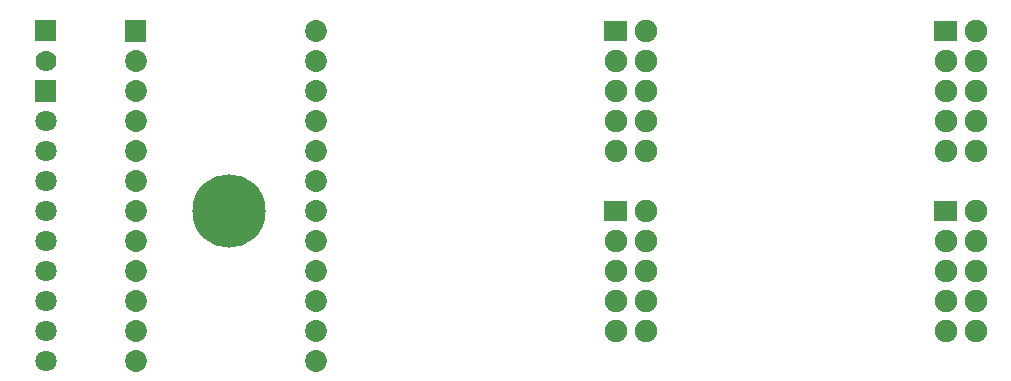
<source format=gbs>
G04 Layer: BottomSolderMaskLayer*
G04 EasyEDA v6.3.39, 2020-04-21T17:53:27+02:00*
G04 2b193ae985c243da8a3a613e667a09fd,91cc4837159741479c5be70faa949f3f,10*
G04 Gerber Generator version 0.2*
G04 Scale: 100 percent, Rotated: No, Reflected: No *
G04 Dimensions in millimeters *
G04 leading zeros omitted , absolute positions ,3 integer and 3 decimal *
%FSLAX33Y33*%
%MOMM*%
G90*
G71D02*

%ADD31C,6.203188*%
%ADD32C,1.854200*%
%ADD35C,1.778000*%
%ADD37C,1.903197*%
%ADD38C,1.803197*%

%LPD*%
G54D31*
G01X18034Y15240D03*
G54D32*
G01X10160Y2540D03*
G01X10160Y5080D03*
G01X10160Y7620D03*
G01X10160Y10160D03*
G01X10160Y12700D03*
G01X10160Y15240D03*
G01X10160Y17780D03*
G01X10160Y20320D03*
G01X10160Y22860D03*
G01X10160Y25400D03*
G01X10160Y27940D03*
G36*
G01X9232Y29552D02*
G01X9232Y31407D01*
G01X11087Y31407D01*
G01X11087Y29552D01*
G01X9232Y29552D01*
G37*
G01X25400Y30480D03*
G01X25400Y27940D03*
G01X25400Y25400D03*
G01X25400Y22860D03*
G01X25400Y20320D03*
G01X25400Y17780D03*
G01X25400Y15240D03*
G01X25400Y12700D03*
G01X25400Y10160D03*
G01X25400Y7620D03*
G01X25400Y5080D03*
G01X25400Y2540D03*
G36*
G01X1651Y29591D02*
G01X1651Y31369D01*
G01X3429Y31369D01*
G01X3429Y29591D01*
G01X1651Y29591D01*
G37*
G54D35*
G01X2540Y27940D03*
G36*
G01X49847Y29616D02*
G01X49847Y31343D01*
G01X51752Y31343D01*
G01X51752Y29616D01*
G01X49847Y29616D01*
G37*
G54D37*
G01X53340Y30480D03*
G01X50800Y27940D03*
G01X53340Y27940D03*
G01X50800Y25400D03*
G01X53340Y25400D03*
G01X50800Y22860D03*
G01X53340Y22860D03*
G01X50800Y20320D03*
G01X53340Y20320D03*
G36*
G01X77787Y29616D02*
G01X77787Y31343D01*
G01X79692Y31343D01*
G01X79692Y29616D01*
G01X77787Y29616D01*
G37*
G01X81280Y30480D03*
G01X78740Y27940D03*
G01X81280Y27940D03*
G01X78740Y25400D03*
G01X81280Y25400D03*
G01X78740Y22860D03*
G01X81280Y22860D03*
G01X78740Y20320D03*
G01X81280Y20320D03*
G36*
G01X49847Y14376D02*
G01X49847Y16103D01*
G01X51752Y16103D01*
G01X51752Y14376D01*
G01X49847Y14376D01*
G37*
G01X53340Y15240D03*
G01X50800Y12700D03*
G01X53340Y12700D03*
G01X50800Y10160D03*
G01X53340Y10160D03*
G01X50800Y7620D03*
G01X53340Y7620D03*
G01X50800Y5080D03*
G01X53340Y5080D03*
G36*
G01X77787Y14376D02*
G01X77787Y16103D01*
G01X79692Y16103D01*
G01X79692Y14376D01*
G01X77787Y14376D01*
G37*
G01X81280Y15240D03*
G01X78740Y12700D03*
G01X81280Y12700D03*
G01X78740Y10160D03*
G01X81280Y10160D03*
G01X78740Y7620D03*
G01X81280Y7620D03*
G01X78740Y5080D03*
G01X81280Y5080D03*
G54D38*
G01X2540Y2540D03*
G01X2540Y5080D03*
G01X2540Y7620D03*
G01X2540Y10160D03*
G01X2540Y12700D03*
G01X2540Y15240D03*
G01X2540Y17780D03*
G01X2540Y20320D03*
G01X2540Y22860D03*
G36*
G01X1638Y24498D02*
G01X1638Y26301D01*
G01X3441Y26301D01*
G01X3441Y24498D01*
G01X1638Y24498D01*
G37*
M00*
M02*

</source>
